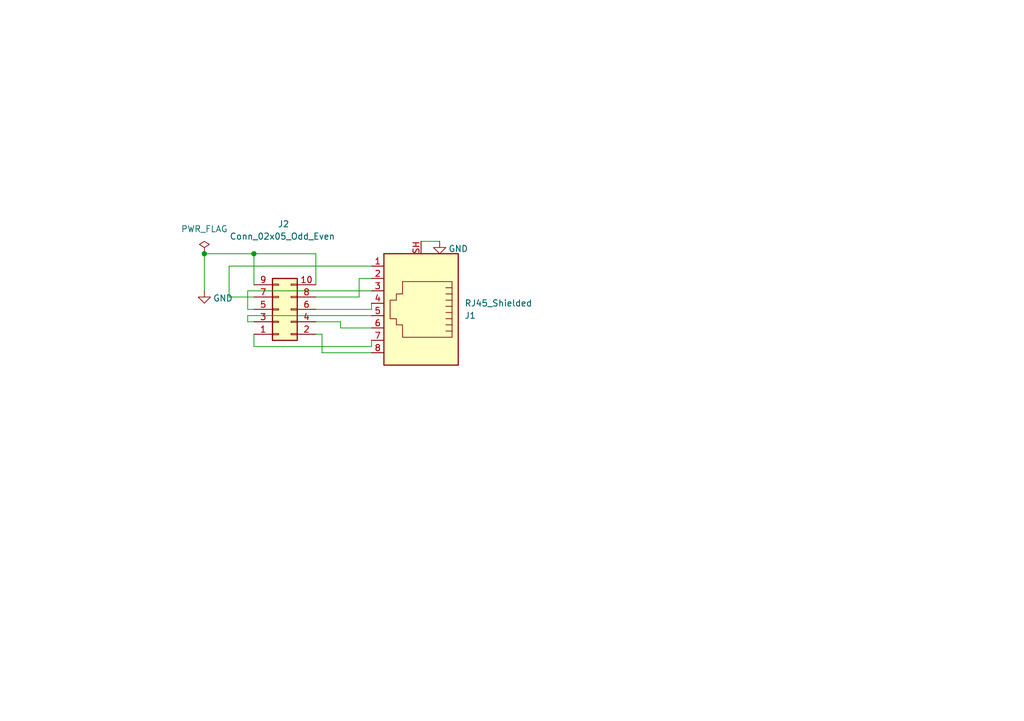
<source format=kicad_sch>
(kicad_sch (version 20250114) (generator "eeschema") (generator_version "9.0")
  (paper "A5")
  (title_block (title "pcb_connector_lan_inner") (rev "REV00"))
  (lib_symbols
    (symbol "Connector:RJ45_Shielded" (pin_names (offset 1.016))
      (property "Reference" "J" (at -5.08 13.97 0))
      (property "Value" "RJ45_Shielded" (at 2.54 13.97 0))
      (symbol "RJ45_Shielded_0_1"
        (polyline (pts (xy -6.35 1.905) (xy -5.08 1.905) (xy -5.08 1.905)))
        (polyline (pts (xy -6.35 0.635) (xy -5.08 0.635) (xy -5.08 0.635)))
        (polyline (pts (xy -6.35 -0.635) (xy -5.08 -0.635) (xy -5.08 -0.635)))
        (polyline (pts (xy -6.35 -1.905) (xy -5.08 -1.905) (xy -5.08 -1.905)))
        (polyline (pts (xy -6.35 -3.175) (xy -5.08 -3.175) (xy -5.08 -3.175)))
        (polyline (pts (xy -6.35 -4.445) (xy -6.35 6.985) (xy 3.81 6.985) (xy 3.81 4.445) (xy 5.08 4.445) (xy 5.08 3.175) (xy 6.35 3.175) (xy 6.35 -0.635) (xy 5.08 -0.635) (xy 5.08 -1.905) (xy 3.81 -1.905) (xy 3.81 -4.445) (xy -6.35 -4.445) (xy -6.35 -4.445)))
        (polyline (pts (xy -5.08 5.715) (xy -6.35 5.715)))
        (polyline (pts (xy -5.08 4.445) (xy -6.35 4.445)))
        (polyline (pts (xy -5.08 3.175) (xy -6.35 3.175) (xy -6.35 3.175)))
        (rectangle (start 7.62 12.7) (end -7.62 -10.16) (stroke (width 0.254)) (fill (type background)))
      )
      (symbol "RJ45_Shielded_1_1"
        (pin passive line (at 0 -12.7 90) (length 2.54) (name "~") (number "SH"))
        (pin passive line (at 10.16 10.16 180) (length 2.54) (name "~") (number "8"))
        (pin passive line (at 10.16 7.62 180) (length 2.54) (name "~") (number "7"))
        (pin passive line (at 10.16 5.08 180) (length 2.54) (name "~") (number "6"))
        (pin passive line (at 10.16 2.54 180) (length 2.54) (name "~") (number "5"))
        (pin passive line (at 10.16 0 180) (length 2.54) (name "~") (number "4"))
        (pin passive line (at 10.16 -2.54 180) (length 2.54) (name "~") (number "3"))
        (pin passive line (at 10.16 -5.08 180) (length 2.54) (name "~") (number "2"))
        (pin passive line (at 10.16 -7.62 180) (length 2.54) (name "~") (number "1"))
      )
    )
    (symbol "Connector_Generic:Conn_02x05_Odd_Even" (pin_names (offset 1.016) (hide yes))
      (property "Reference" "J" (at 1.27 7.62 0))
      (property "Value" "Conn_02x05_Odd_Even" (at 1.27 -7.62 0))
      (symbol "Conn_02x05_Odd_Even_1_1"
        (rectangle (start -1.27 6.35) (end 3.81 -6.35) (stroke (width 0.254)) (fill (type background)))
        (rectangle (start -1.27 5.207) (end 0 4.953) (stroke (width 0.1524)))
        (rectangle (start -1.27 2.667) (end 0 2.413) (stroke (width 0.1524)))
        (rectangle (start -1.27 0.127) (end 0 -0.127) (stroke (width 0.1524)))
        (rectangle (start -1.27 -2.413) (end 0 -2.667) (stroke (width 0.1524)))
        (rectangle (start -1.27 -4.953) (end 0 -5.207) (stroke (width 0.1524)))
        (rectangle (start 3.81 5.207) (end 2.54 4.953) (stroke (width 0.1524)))
        (rectangle (start 3.81 2.667) (end 2.54 2.413) (stroke (width 0.1524)))
        (rectangle (start 3.81 0.127) (end 2.54 -0.127) (stroke (width 0.1524)))
        (rectangle (start 3.81 -2.413) (end 2.54 -2.667) (stroke (width 0.1524)))
        (rectangle (start 3.81 -4.953) (end 2.54 -5.207) (stroke (width 0.1524)))
        (pin passive line (at -5.08 5.08 0) (length 3.81) (name "Pin_1") (number "1"))
        (pin passive line (at -5.08 2.54 0) (length 3.81) (name "Pin_3") (number "3"))
        (pin passive line (at -5.08 0 0) (length 3.81) (name "Pin_5") (number "5"))
        (pin passive line (at -5.08 -2.54 0) (length 3.81) (name "Pin_7") (number "7"))
        (pin passive line (at -5.08 -5.08 0) (length 3.81) (name "Pin_9") (number "9"))
        (pin passive line (at 7.62 5.08 180) (length 3.81) (name "Pin_2") (number "2"))
        (pin passive line (at 7.62 2.54 180) (length 3.81) (name "Pin_4") (number "4"))
        (pin passive line (at 7.62 0 180) (length 3.81) (name "Pin_6") (number "6"))
        (pin passive line (at 7.62 -2.54 180) (length 3.81) (name "Pin_8") (number "8"))
        (pin passive line (at 7.62 -5.08 180) (length 3.81) (name "Pin_10") (number "10"))
      )
    )
    (symbol "power:GND" (power) (pin_numbers (hide yes)) (pin_names (offset 0) (hide yes))
      (property "Value" "GND" (at 0 -3.81 0))
      (symbol "GND_0_1"
        (polyline (pts (xy 0 0) (xy 0 -1.27) (xy 1.27 -1.27) (xy 0 -2.54) (xy -1.27 -1.27) (xy 0 -1.27)))
      )
      (symbol "GND_1_1"
        (pin power_in line (at 0 0 270) (length 0) (name "~") (number "1"))
      )
    )
    (symbol "power:PWR_FLAG" (power) (pin_numbers (hide yes)) (pin_names (offset 0) (hide yes))
      (property "Value" "PWR_FLAG" (at 0 3.81 0))
      (symbol "PWR_FLAG_0_0"
        (pin power_out line (at 0 0 90) (length 0) (name "~") (number "1"))
      )
      (symbol "PWR_FLAG_0_1"
        (polyline (pts (xy 0 0) (xy 0 1.27) (xy -1.016 1.905) (xy 0 2.54) (xy 1.016 1.905) (xy 0 1.27)))
      )
    )
  )
  (junction (at 41.91 52.07))
  (junction (at 52.07 52.07))
  (wire (pts (xy 66.04 68.58) (xy 66.04 72.39)))
  (wire (pts (xy 50.8 64.77) (xy 50.8 66.04)))
  (wire (pts (xy 64.77 60.96) (xy 73.66 60.96)))
  (wire (pts (xy 66.04 72.39) (xy 76.2 72.39)))
  (wire (pts (xy 64.77 52.07) (xy 64.77 58.42)))
  (wire (pts (xy 52.07 68.58) (xy 52.07 71.12)))
  (wire (pts (xy 50.8 59.69) (xy 76.2 59.69)))
  (wire (pts (xy 50.8 66.04) (xy 52.07 66.04)))
  (wire (pts (xy 64.77 68.58) (xy 66.04 68.58)))
  (wire (pts (xy 73.66 57.15) (xy 73.66 60.96)))
  (wire (pts (xy 46.99 54.61) (xy 76.2 54.61)))
  (wire (pts (xy 52.07 71.12) (xy 76.2 71.12)))
  (wire (pts (xy 64.77 63.5) (xy 76.2 63.5)))
  (wire (pts (xy 86.36 49.53) (xy 90.17 49.53)))
  (wire (pts (xy 50.8 59.69) (xy 50.8 63.5)))
  (wire (pts (xy 41.91 52.07) (xy 41.91 59.69)))
  (wire (pts (xy 46.99 54.61) (xy 46.99 60.96)))
  (wire (pts (xy 76.2 62.23) (xy 76.2 63.5)))
  (wire (pts (xy 69.85 66.04) (xy 69.85 67.31)))
  (wire (pts (xy 46.99 60.96) (xy 52.07 60.96)))
  (wire (pts (xy 52.07 58.42) (xy 52.07 52.07)))
  (wire (pts (xy 64.77 66.04) (xy 69.85 66.04)))
  (wire (pts (xy 50.8 64.77) (xy 76.2 64.77)))
  (wire (pts (xy 76.2 57.15) (xy 73.66 57.15)))
  (wire (pts (xy 52.07 52.07) (xy 64.77 52.07)))
  (wire (pts (xy 69.85 67.31) (xy 76.2 67.31)))
  (wire (pts (xy 52.07 52.07) (xy 41.91 52.07)))
  (wire (pts (xy 76.2 71.12) (xy 76.2 69.85)))
  (wire (pts (xy 50.8 63.5) (xy 52.07 63.5)))
  (symbol (lib_id "power:GND") (at 90.17 49.53 0) (unit 1)
    (property "Reference" "#PWR01" (effects (hide yes)))
    (property "Value" "GND" (at 93.98 51.054 0))
    (property "Description" "Power symbol creates a global label with name \"GND\" , ground" (effects (hide yes)))
  )
  (symbol (lib_id "Connector:RJ45_Shielded") (at 86.36 62.23 180) (unit 1)
    (property "Reference" "J1" (at 95.25 64.7701 0) (effects (justify right)))
    (property "Value" "RJ45_Shielded" (at 95.25 62.2301 0) (effects (justify right)))
    (property "Footprint" "pcb_connector_lan_footprint:RJ45 Neltron Industrial Co., Ltd. 7810-8P8C" (effects (hide yes)))
    (property "Description" "RJ connector, 8P8C (8 positions 8 connected), Shielded" (effects (hide yes)))
  )
  (symbol (lib_id "Connector_Generic:Conn_02x05_Odd_Even") (at 57.15 63.5 0) (mirror x) (unit 1)
    (property "Reference" "J2" (at 58.166 45.974 0))
    (property "Value" "Conn_02x05_Odd_Even" (at 57.912 48.514 0))
    (property "Footprint" "Connector_PinHeader_2.54mm:PinHeader_2x05_P2.54mm_Horizontal" (effects (hide yes)))
    (property "Description" "Generic connector, double row, 02x05, odd/even pin numbering scheme (row 1 odd numbers, row 2 even numbers), script generated (kicad-library-utils/schlib/autogen/connector/)" (effects (hide yes)))
  )
  (symbol (lib_id "power:PWR_FLAG") (at 41.91 52.07 0) (unit 1)
    (property "Reference" "#FLG01" (effects (hide yes)))
    (property "Value" "PWR_FLAG" (at 41.91 46.99 0))
    (property "Description" "Special symbol for telling ERC where power comes from" (effects (hide yes)))
  )
  (symbol (lib_id "power:GND") (at 41.91 59.69 0) (unit 1)
    (property "Reference" "#PWR02" (effects (hide yes)))
    (property "Value" "GND" (at 45.72 61.214 0))
    (property "Description" "Power symbol creates a global label with name \"GND\" , ground" (effects (hide yes)))
  )
)
</source>
